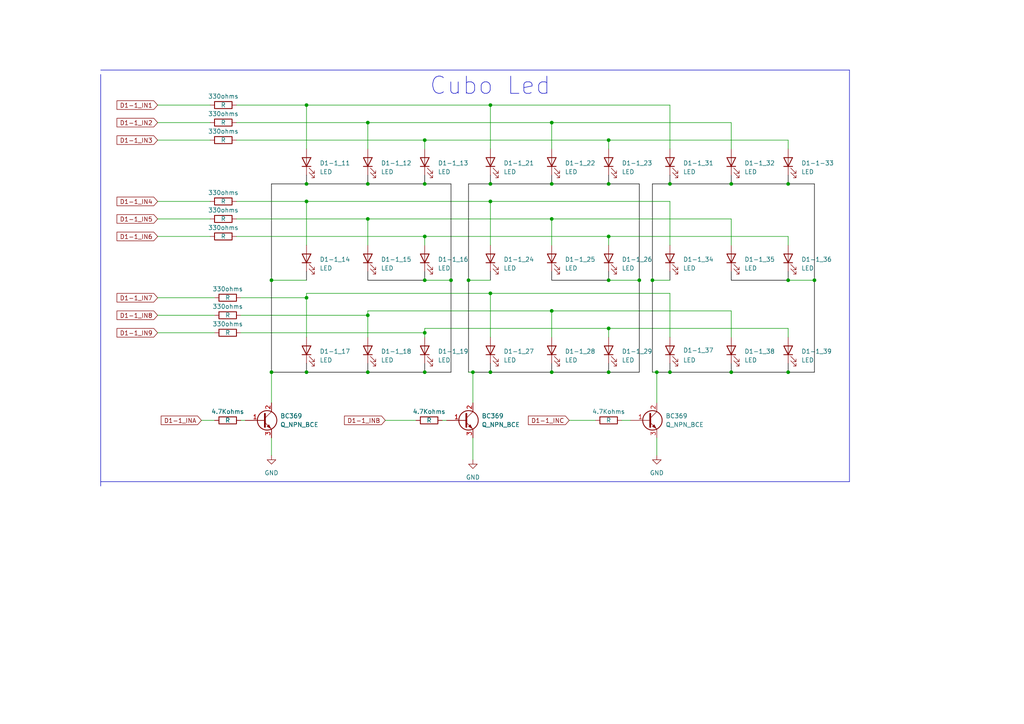
<source format=kicad_sch>
(kicad_sch (version 20230121) (generator eeschema)
  (paper "A4")
  (lib_symbols
    (symbol "Device:LED" (pin_numbers hide) (pin_names (offset 1.016) hide)
      (property "Reference" "D" (at 0 2.54 0))
      (property "Value" "LED" (at 0 -2.54 0))
      (symbol "LED_0_1"
        (polyline (pts (xy -1.27 -1.27) (xy -1.27 1.27)) (stroke (width 0.254)))
        (polyline (pts (xy -1.27 0) (xy 1.27 0)))
        (polyline (pts (xy 1.27 -1.27) (xy 1.27 1.27) (xy -1.27 0) (xy 1.27 -1.27)) (stroke (width 0.254)))
        (polyline (pts (xy -3.048 -0.762) (xy -4.572 -2.286) (xy -3.81 -2.286) (xy -4.572 -2.286) (xy -4.572 -1.524)))
        (polyline (pts (xy -1.778 -0.762) (xy -3.302 -2.286) (xy -2.54 -2.286) (xy -3.302 -2.286) (xy -3.302 -1.524)))
      )
      (symbol "LED_1_1"
        (pin passive line (at -3.81 0 0) (length 2.54) (name "K") (number "1"))
        (pin passive line (at 3.81 0 180) (length 2.54) (name "A") (number "2"))
      )
    )
    (symbol "Device:Q_NPN_BCE" (pin_names (offset 0) hide)
      (property "Reference" "Q" (at 5.08 1.27 0))
      (property "Value" "Q_NPN_BCE" (at 5.08 -1.27 0))
      (symbol "Q_NPN_BCE_0_1"
        (polyline (pts (xy 0.635 0.635) (xy 2.54 2.54)))
        (polyline (pts (xy 0.635 -0.635) (xy 2.54 -2.54) (xy 2.54 -2.54)))
        (polyline (pts (xy 0.635 1.905) (xy 0.635 -1.905) (xy 0.635 -1.905)) (stroke (width 0.508)))
        (polyline (pts (xy 1.27 -1.778) (xy 1.778 -1.27) (xy 2.286 -2.286) (xy 1.27 -1.778) (xy 1.27 -1.778)) (fill (type outline)))
        (circle (center 1.27 0) (radius 2.8194) (stroke (width 0.254)))
      )
      (symbol "Q_NPN_BCE_1_1"
        (pin input line (at -5.08 0 0) (length 5.715) (name "B") (number "1"))
        (pin passive line (at 2.54 5.08 270) (length 2.54) (name "C") (number "2"))
        (pin passive line (at 2.54 -5.08 90) (length 2.54) (name "E") (number "3"))
      )
    )
    (symbol "Device:R" (pin_numbers hide) (pin_names (offset 0))
      (property "Reference" "R" (at 2.032 0 90))
      (property "Value" "R" (at 0 0 90))
      (symbol "R_0_1"
        (rectangle (start -1.016 -2.54) (end 1.016 2.54) (stroke (width 0.254)))
      )
      (symbol "R_1_1"
        (pin passive line (at 0 3.81 270) (length 1.27) (name "~") (number "1"))
        (pin passive line (at 0 -3.81 90) (length 1.27) (name "~") (number "2"))
      )
    )
    (symbol "power:GND" (power) (pin_names (offset 0))
      (property "Value" "GND" (at 0 -3.81 0))
      (symbol "GND_0_1"
        (polyline (pts (xy 0 0) (xy 0 -1.27) (xy 1.27 -1.27) (xy 0 -2.54) (xy -1.27 -1.27) (xy 0 -1.27)))
      )
      (symbol "GND_1_1"
        (pin power_in line (at 0 0 270) (length 0) hide (name "GND") (number "1"))
      )
    )
  )
  (junction (at 137.16 107.95))
  (junction (at 106.68 53.34))
  (junction (at 236.22 81.28))
  (junction (at 160.02 35.56))
  (junction (at 176.53 81.28))
  (junction (at 142.24 30.48))
  (junction (at 123.19 40.64))
  (junction (at 212.09 107.95))
  (junction (at 78.74 107.95))
  (junction (at 160.02 90.17))
  (junction (at 176.53 95.25))
  (junction (at 123.19 53.34))
  (junction (at 194.31 107.95))
  (junction (at 142.24 85.09))
  (junction (at 106.68 107.95))
  (junction (at 123.19 107.95))
  (junction (at 160.02 107.95))
  (junction (at 194.31 53.34))
  (junction (at 78.74 81.28))
  (junction (at 123.19 68.58))
  (junction (at 228.6 53.34))
  (junction (at 106.68 63.5))
  (junction (at 106.68 35.56))
  (junction (at 160.02 63.5))
  (junction (at 88.9 107.95))
  (junction (at 88.9 86.36))
  (junction (at 142.24 107.95))
  (junction (at 88.9 53.34))
  (junction (at 130.81 81.28))
  (junction (at 135.89 81.28))
  (junction (at 160.02 53.34))
  (junction (at 142.24 58.42))
  (junction (at 228.6 107.95))
  (junction (at 123.19 81.28))
  (junction (at 176.53 40.64))
  (junction (at 123.19 96.52))
  (junction (at 189.23 81.28))
  (junction (at 88.9 30.48))
  (junction (at 176.53 53.34))
  (junction (at 228.6 81.28))
  (junction (at 176.53 107.95))
  (junction (at 185.42 81.28))
  (junction (at 88.9 58.42))
  (junction (at 176.53 68.58))
  (junction (at 190.5 107.95))
  (junction (at 142.24 53.34))
  (junction (at 106.68 91.44))
  (junction (at 212.09 53.34))
  (wire (pts (xy 180.34 121.92) (xy 182.88 121.92)))
  (wire (pts (xy 236.22 107.95) (xy 236.22 81.28)) (stroke (width 0) (color 0 0 0 1)))
  (wire (pts (xy 212.09 78.74) (xy 212.09 81.28)) (stroke (width 0) (color 0 0 0 1)))
  (wire (pts (xy 142.24 78.74) (xy 142.24 81.28)) (stroke (width 0) (color 0 0 0 1)))
  (wire (pts (xy 69.85 96.52) (xy 123.19 96.52)))
  (wire (pts (xy 135.89 81.28) (xy 142.24 81.28)))
  (wire (pts (xy 194.31 58.42) (xy 142.24 58.42)))
  (wire (pts (xy 190.5 127) (xy 190.5 132.08)))
  (wire (pts (xy 123.19 53.34) (xy 130.81 53.34)) (stroke (width 0) (color 0 0 0 1)))
  (wire (pts (xy 45.72 68.58) (xy 60.96 68.58)))
  (wire (pts (xy 111.76 121.92) (xy 120.65 121.92)))
  (wire (pts (xy 135.89 53.34) (xy 142.24 53.34)) (stroke (width 0) (color 0 0 0 1)))
  (polyline (pts (xy 246.38 139.7) (xy 246.38 20.32)))
  (wire (pts (xy 45.72 40.64) (xy 60.96 40.64)))
  (wire (pts (xy 142.24 107.95) (xy 160.02 107.95)) (stroke (width 0) (color 0 0 0 1)))
  (wire (pts (xy 212.09 63.5) (xy 160.02 63.5)))
  (wire (pts (xy 142.24 85.09) (xy 88.9 85.09)))
  (wire (pts (xy 45.72 35.56) (xy 60.96 35.56)))
  (wire (pts (xy 88.9 105.41) (xy 88.9 107.95)) (stroke (width 0) (color 0 0 0 1)))
  (wire (pts (xy 58.42 121.92) (xy 62.23 121.92)))
  (wire (pts (xy 123.19 78.74) (xy 123.19 81.28)) (stroke (width 0) (color 0 0 0 1)))
  (wire (pts (xy 228.6 107.95) (xy 236.22 107.95)) (stroke (width 0) (color 0 0 0 1)))
  (wire (pts (xy 137.16 127) (xy 137.16 133.35)))
  (wire (pts (xy 189.23 53.34) (xy 194.31 53.34)) (stroke (width 0) (color 0 0 0 1)))
  (wire (pts (xy 189.23 81.28) (xy 194.31 81.28)))
  (wire (pts (xy 68.58 68.58) (xy 123.19 68.58)))
  (wire (pts (xy 78.74 81.28) (xy 88.9 81.28)))
  (wire (pts (xy 160.02 50.8) (xy 160.02 53.34)) (stroke (width 0) (color 0 0 0 1)))
  (wire (pts (xy 45.72 30.48) (xy 60.96 30.48)))
  (polyline (pts (xy 29.21 20.32) (xy 246.38 20.32)))
  (wire (pts (xy 212.09 107.95) (xy 228.6 107.95)) (stroke (width 0) (color 0 0 0 1)))
  (wire (pts (xy 228.6 95.25) (xy 176.53 95.25)))
  (wire (pts (xy 160.02 107.95) (xy 176.53 107.95)) (stroke (width 0) (color 0 0 0 1)))
  (wire (pts (xy 130.81 53.34) (xy 130.81 81.28)) (stroke (width 0) (color 0 0 0 1)))
  (wire (pts (xy 45.72 91.44) (xy 62.23 91.44)))
  (wire (pts (xy 189.23 81.28) (xy 189.23 53.34)) (stroke (width 0) (color 0 0 0 1)))
  (wire (pts (xy 190.5 107.95) (xy 194.31 107.95)) (stroke (width 0) (color 0 0 0 1)))
  (wire (pts (xy 137.16 107.95) (xy 142.24 107.95)) (stroke (width 0) (color 0 0 0 1)))
  (wire (pts (xy 142.24 53.34) (xy 160.02 53.34)) (stroke (width 0) (color 0 0 0 1)))
  (wire (pts (xy 189.23 107.95) (xy 189.23 81.28)) (stroke (width 0) (color 0 0 0 1)))
  (wire (pts (xy 228.6 78.74) (xy 228.6 81.28)) (stroke (width 0) (color 0 0 0 1)))
  (wire (pts (xy 160.02 63.5) (xy 106.68 63.5)))
  (wire (pts (xy 194.31 105.41) (xy 194.31 107.95)) (stroke (width 0) (color 0 0 0 1)))
  (wire (pts (xy 194.31 107.95) (xy 212.09 107.95)) (stroke (width 0) (color 0 0 0 1)))
  (wire (pts (xy 160.02 81.28) (xy 176.53 81.28)) (stroke (width 0) (color 0 0 0 1)))
  (wire (pts (xy 68.58 35.56) (xy 106.68 35.56)))
  (wire (pts (xy 194.31 50.8) (xy 194.31 53.34)) (stroke (width 0) (color 0 0 0 1)))
  (wire (pts (xy 69.85 121.92) (xy 71.12 121.92)))
  (wire (pts (xy 160.02 53.34) (xy 176.53 53.34)) (stroke (width 0) (color 0 0 0 1)))
  (wire (pts (xy 142.24 50.8) (xy 142.24 53.34)) (stroke (width 0) (color 0 0 0 1)))
  (wire (pts (xy 160.02 90.17) (xy 106.68 90.17)))
  (wire (pts (xy 137.16 107.95) (xy 137.16 116.84)))
  (wire (pts (xy 78.74 127) (xy 78.74 132.08)))
  (wire (pts (xy 45.72 96.52) (xy 62.23 96.52)))
  (wire (pts (xy 88.9 71.12) (xy 88.9 58.42)))
  (wire (pts (xy 228.6 105.41) (xy 228.6 107.95)) (stroke (width 0) (color 0 0 0 1)))
  (wire (pts (xy 228.6 71.12) (xy 228.6 68.58)))
  (wire (pts (xy 160.02 105.41) (xy 160.02 107.95)) (stroke (width 0) (color 0 0 0 1)))
  (wire (pts (xy 123.19 105.41) (xy 123.19 107.95)) (stroke (width 0) (color 0 0 0 1)))
  (wire (pts (xy 176.53 95.25) (xy 123.19 95.25)))
  (wire (pts (xy 88.9 86.36) (xy 69.85 86.36)))
  (wire (pts (xy 160.02 71.12) (xy 160.02 63.5)))
  (wire (pts (xy 78.74 116.84) (xy 78.74 107.95)))
  (wire (pts (xy 78.74 81.28) (xy 78.74 53.34)) (stroke (width 0) (color 0 0 0 1)))
  (wire (pts (xy 88.9 97.79) (xy 88.9 86.36)))
  (wire (pts (xy 78.74 107.95) (xy 88.9 107.95)) (stroke (width 0) (color 0 0 0 1)))
  (wire (pts (xy 128.27 121.92) (xy 129.54 121.92)))
  (wire (pts (xy 212.09 43.18) (xy 212.09 35.56)))
  (wire (pts (xy 236.22 53.34) (xy 236.22 81.28)) (stroke (width 0) (color 0 0 0 1)))
  (wire (pts (xy 88.9 53.34) (xy 106.68 53.34)) (stroke (width 0) (color 0 0 0 1)))
  (wire (pts (xy 185.42 81.28) (xy 176.53 81.28)))
  (wire (pts (xy 176.53 71.12) (xy 176.53 68.58)))
  (wire (pts (xy 194.31 78.74) (xy 194.31 81.28)) (stroke (width 0) (color 0 0 0 1)))
  (wire (pts (xy 142.24 105.41) (xy 142.24 107.95)) (stroke (width 0) (color 0 0 0 1)))
  (wire (pts (xy 68.58 40.64) (xy 123.19 40.64)))
  (wire (pts (xy 123.19 96.52) (xy 123.19 97.79)))
  (wire (pts (xy 194.31 30.48) (xy 142.24 30.48)))
  (wire (pts (xy 123.19 68.58) (xy 123.19 71.12)))
  (wire (pts (xy 228.6 43.18) (xy 228.6 40.64)))
  (wire (pts (xy 212.09 50.8) (xy 212.09 53.34)) (stroke (width 0) (color 0 0 0 1)))
  (wire (pts (xy 88.9 43.18) (xy 88.9 30.48)))
  (wire (pts (xy 123.19 96.52) (xy 123.19 95.25)))
  (wire (pts (xy 185.42 53.34) (xy 185.42 81.28)) (stroke (width 0) (color 0 0 0 1)))
  (wire (pts (xy 69.85 91.44) (xy 106.68 91.44)))
  (wire (pts (xy 185.42 107.95) (xy 185.42 81.28)) (stroke (width 0) (color 0 0 0 1)))
  (wire (pts (xy 68.58 63.5) (xy 106.68 63.5)))
  (wire (pts (xy 142.24 58.42) (xy 88.9 58.42)))
  (wire (pts (xy 130.81 81.28) (xy 123.19 81.28)))
  (wire (pts (xy 212.09 35.56) (xy 160.02 35.56)))
  (wire (pts (xy 228.6 97.79) (xy 228.6 95.25)))
  (wire (pts (xy 212.09 90.17) (xy 160.02 90.17)))
  (wire (pts (xy 194.31 85.09) (xy 142.24 85.09)))
  (wire (pts (xy 228.6 68.58) (xy 176.53 68.58)))
  (wire (pts (xy 123.19 50.8) (xy 123.19 53.34)) (stroke (width 0) (color 0 0 0 1)))
  (wire (pts (xy 106.68 43.18) (xy 106.68 35.56)))
  (wire (pts (xy 78.74 53.34) (xy 88.9 53.34)) (stroke (width 0) (color 0 0 0 1)))
  (wire (pts (xy 176.53 68.58) (xy 123.19 68.58)))
  (wire (pts (xy 176.53 50.8) (xy 176.53 53.34)) (stroke (width 0) (color 0 0 0 1)))
  (wire (pts (xy 212.09 53.34) (xy 228.6 53.34)) (stroke (width 0) (color 0 0 0 1)))
  (wire (pts (xy 106.68 50.8) (xy 106.68 53.34)) (stroke (width 0) (color 0 0 0 1)))
  (wire (pts (xy 176.53 107.95) (xy 185.42 107.95)) (stroke (width 0) (color 0 0 0 1)))
  (wire (pts (xy 236.22 81.28) (xy 228.6 81.28)))
  (wire (pts (xy 142.24 58.42) (xy 142.24 71.12)))
  (wire (pts (xy 176.53 53.34) (xy 185.42 53.34)) (stroke (width 0) (color 0 0 0 1)))
  (wire (pts (xy 45.72 63.5) (xy 60.96 63.5)))
  (wire (pts (xy 78.74 107.95) (xy 78.74 81.28)) (stroke (width 0) (color 0 0 0 1)))
  (wire (pts (xy 106.68 97.79) (xy 106.68 91.44)))
  (wire (pts (xy 194.31 97.79) (xy 194.31 85.09)))
  (wire (pts (xy 88.9 107.95) (xy 106.68 107.95)) (stroke (width 0) (color 0 0 0 1)))
  (wire (pts (xy 45.72 86.36) (xy 62.23 86.36)))
  (wire (pts (xy 212.09 97.79) (xy 212.09 90.17)))
  (wire (pts (xy 88.9 78.74) (xy 88.9 81.28)) (stroke (width 0) (color 0 0 0 1)))
  (wire (pts (xy 190.5 116.84) (xy 190.5 107.95)))
  (wire (pts (xy 142.24 30.48) (xy 142.24 43.18)))
  (wire (pts (xy 135.89 81.28) (xy 135.89 107.95)) (stroke (width 0) (color 0 0 0 1)))
  (wire (pts (xy 189.23 107.95) (xy 190.5 107.95)) (stroke (width 0) (color 0 0 0 1)))
  (wire (pts (xy 228.6 40.64) (xy 176.53 40.64)))
  (wire (pts (xy 176.53 40.64) (xy 123.19 40.64)))
  (wire (pts (xy 228.6 50.8) (xy 228.6 53.34)) (stroke (width 0) (color 0 0 0 1)))
  (wire (pts (xy 194.31 53.34) (xy 212.09 53.34)) (stroke (width 0) (color 0 0 0 1)))
  (wire (pts (xy 194.31 43.18) (xy 194.31 30.48)))
  (wire (pts (xy 130.81 107.95) (xy 123.19 107.95)) (stroke (width 0) (color 0 0 0 1)))
  (wire (pts (xy 160.02 43.18) (xy 160.02 35.56)))
  (wire (pts (xy 88.9 86.36) (xy 88.9 85.09)))
  (wire (pts (xy 130.81 81.28) (xy 130.81 107.95)) (stroke (width 0) (color 0 0 0 1)))
  (wire (pts (xy 106.68 91.44) (xy 106.68 90.17)))
  (polyline (pts (xy 29.21 139.7) (xy 246.38 139.7)))
  (wire (pts (xy 176.53 78.74) (xy 176.53 81.28)) (stroke (width 0) (color 0 0 0 1)))
  (wire (pts (xy 45.72 58.42) (xy 60.96 58.42)))
  (wire (pts (xy 123.19 40.64) (xy 123.19 43.18)))
  (wire (pts (xy 212.09 105.41) (xy 212.09 107.95)) (stroke (width 0) (color 0 0 0 1)))
  (wire (pts (xy 106.68 81.28) (xy 123.19 81.28)) (stroke (width 0) (color 0 0 0 1)))
  (wire (pts (xy 135.89 107.95) (xy 137.16 107.95)) (stroke (width 0) (color 0 0 0 1)))
  (wire (pts (xy 106.68 71.12) (xy 106.68 63.5)))
  (wire (pts (xy 88.9 50.8) (xy 88.9 53.34)) (stroke (width 0) (color 0 0 0 1)))
  (wire (pts (xy 142.24 85.09) (xy 142.24 97.79)))
  (wire (pts (xy 194.31 71.12) (xy 194.31 58.42)))
  (wire (pts (xy 176.53 43.18) (xy 176.53 40.64)))
  (wire (pts (xy 160.02 35.56) (xy 106.68 35.56)))
  (wire (pts (xy 176.53 97.79) (xy 176.53 95.25)))
  (wire (pts (xy 106.68 107.95) (xy 123.19 107.95)) (stroke (width 0) (color 0 0 0 1)))
  (wire (pts (xy 88.9 58.42) (xy 68.58 58.42)))
  (wire (pts (xy 135.89 81.28) (xy 135.89 53.34)) (stroke (width 0) (color 0 0 0 1)))
  (polyline (pts (xy 29.21 21.59) (xy 29.21 140.97)))
  (wire (pts (xy 137.16 107.95) (xy 135.89 107.95)))
  (wire (pts (xy 176.53 105.41) (xy 176.53 107.95)) (stroke (width 0) (color 0 0 0 1)))
  (wire (pts (xy 160.02 97.79) (xy 160.02 90.17)))
  (wire (pts (xy 212.09 81.28) (xy 228.6 81.28)) (stroke (width 0) (color 0 0 0 1)))
  (wire (pts (xy 88.9 30.48) (xy 68.58 30.48)))
  (wire (pts (xy 106.68 53.34) (xy 123.19 53.34)) (stroke (width 0) (color 0 0 0 1)))
  (wire (pts (xy 212.09 71.12) (xy 212.09 63.5)))
  (wire (pts (xy 142.24 30.48) (xy 88.9 30.48)))
  (wire (pts (xy 228.6 53.34) (xy 236.22 53.34)) (stroke (width 0) (color 0 0 0 1)))
  (wire (pts (xy 160.02 78.74) (xy 160.02 81.28)) (stroke (width 0) (color 0 0 0 1)))
  (wire (pts (xy 106.68 105.41) (xy 106.68 107.95)) (stroke (width 0) (color 0 0 0 1)))
  (wire (pts (xy 106.68 78.74) (xy 106.68 81.28)) (stroke (width 0) (color 0 0 0 1)))
  (wire (pts (xy 165.1 121.92) (xy 172.72 121.92)))
  (wire (pts (xy 190.5 107.95) (xy 189.23 107.95)))
  (text "Cubo Led" (at 124.46 27.94 0) (effects (font (size 5 5)) (justify left bottom)))
  (global_label "D1-1_INA" (shape input) (at 58.42 121.92 180) (property "Intersheetrefs" "${INTERSHEET_REFS}" (effects hide)))
  (global_label "D1-1_INB" (shape input) (at 111.76 121.92 180) (property "Intersheetrefs" "${INTERSHEET_REFS}" (effects hide)))
  (global_label "D1-1_IN9" (shape input) (at 45.72 96.52 180) (property "Intersheetrefs" "${INTERSHEET_REFS}" (effects hide)))
  (global_label "D1-1_INC" (shape input) (at 165.1 121.92 180) (property "Intersheetrefs" "${INTERSHEET_REFS}" (effects hide)))
  (global_label "D1-1_IN2" (shape input) (at 45.72 35.56 180) (property "Intersheetrefs" "${INTERSHEET_REFS}" (effects hide)))
  (global_label "D1-1_IN8" (shape input) (at 45.72 91.44 180) (property "Intersheetrefs" "${INTERSHEET_REFS}" (effects hide)))
  (global_label "D1-1_IN7" (shape input) (at 45.72 86.36 180) (property "Intersheetrefs" "${INTERSHEET_REFS}" (effects hide)))
  (global_label "D1-1_IN5" (shape input) (at 45.72 63.5 180) (property "Intersheetrefs" "${INTERSHEET_REFS}" (effects hide)))
  (global_label "D1-1_IN6" (shape input) (at 45.72 68.58 180) (property "Intersheetrefs" "${INTERSHEET_REFS}" (effects hide)))
  (global_label "D1-1_IN4" (shape input) (at 45.72 58.42 180) (property "Intersheetrefs" "${INTERSHEET_REFS}" (effects hide)))
  (global_label "D1-1_IN1" (shape input) (at 45.72 30.48 180) (property "Intersheetrefs" "${INTERSHEET_REFS}" (effects hide)))
  (global_label "D1-1_IN3" (shape input) (at 45.72 40.64 180) (property "Intersheetrefs" "${INTERSHEET_REFS}" (effects hide)))
  (symbol (lib_id "Device:LED") (at 228.6 101.6 90) (unit 1)
    (property "Reference" "D1-1_39" (at 232.41 101.9175 90) (effects (justify right)))
    (property "Value" "LED" (at 232.41 104.4575 90) (effects (justify right)))
  )
  (symbol (lib_id "Device:LED") (at 176.53 46.99 90) (unit 1)
    (property "Reference" "D1-1_23" (at 180.34 47.3075 90) (effects (justify right)))
    (property "Value" "LED" (at 180.34 49.8475 90) (effects (justify right)))
  )
  (symbol (lib_id "Device:Q_NPN_BCE") (at 134.62 121.92 0) (unit 1)
    (property "Reference" "BC369" (at 139.7 120.6499 0) (effects (justify left)))
    (property "Value" "Q_NPN_BCE" (at 139.7 123.1899 0) (effects (justify left)))
  )
  (symbol (lib_id "Device:LED") (at 194.31 74.93 90) (unit 1)
    (property "Reference" "D1-1_34" (at 198.12 75.2475 90) (effects (justify right)))
    (property "Value" "LED" (at 198.12 77.7875 90) (effects (justify right)))
  )
  (symbol (lib_id "Device:LED") (at 160.02 101.6 90) (unit 1)
    (property "Reference" "D1-1_28" (at 163.83 101.9175 90) (effects (justify right)))
    (property "Value" "LED" (at 163.83 104.4575 90) (effects (justify right)))
  )
  (symbol (lib_id "Device:LED") (at 88.9 101.6 90) (unit 1)
    (property "Reference" "D1-1_17" (at 92.71 101.9175 90) (effects (justify right)))
    (property "Value" "LED" (at 92.71 104.4575 90) (effects (justify right)))
  )
  (symbol (lib_id "Device:R") (at 176.53 121.92 90) (unit 1)
    (property "Reference" "4.7Kohms" (at 176.53 119.38 90))
    (property "Value" "R" (at 176.53 121.92 90))
  )
  (symbol (lib_id "Device:LED") (at 212.09 101.6 90) (unit 1)
    (property "Reference" "D1-1_38" (at 215.9 101.9175 90) (effects (justify right)))
    (property "Value" "LED" (at 215.9 104.4575 90) (effects (justify right)))
  )
  (symbol (lib_id "Device:R") (at 64.77 35.56 90) (unit 1)
    (property "Reference" "330ohms" (at 64.77 33.02 90))
    (property "Value" "R" (at 64.77 35.56 90))
  )
  (symbol (lib_id "Device:R") (at 64.77 30.48 90) (unit 1)
    (property "Reference" "330ohms" (at 64.77 27.94 90))
    (property "Value" "R" (at 64.77 30.48 90))
  )
  (symbol (lib_id "Device:LED") (at 123.19 74.93 90) (unit 1)
    (property "Reference" "D1-1_16" (at 127 75.2475 90) (effects (justify right)))
    (property "Value" "LED" (at 127 77.7875 90) (effects (justify right)))
  )
  (symbol (lib_id "Device:LED") (at 176.53 101.6 90) (unit 1)
    (property "Reference" "D1-1_29" (at 180.34 101.9175 90) (effects (justify right)))
    (property "Value" "LED" (at 180.34 104.4575 90) (effects (justify right)))
  )
  (symbol (lib_id "Device:Q_NPN_BCE") (at 76.2 121.92 0) (unit 1)
    (property "Reference" "BC369" (at 81.28 120.6499 0) (effects (justify left)))
    (property "Value" "Q_NPN_BCE" (at 81.28 123.1899 0) (effects (justify left)))
  )
  (symbol (lib_id "Device:LED") (at 194.31 101.6 90) (unit 1)
    (property "Reference" "D1-1_37" (at 198.12 101.6 90) (effects (justify right)))
    (property "Value" "LED" (at 198.12 104.4574 90) (effects (justify right)))
  )
  (symbol (lib_id "Device:LED") (at 142.24 46.99 90) (unit 1)
    (property "Reference" "D1-1_21" (at 146.05 47.3075 90) (effects (justify right)))
    (property "Value" "LED" (at 146.05 49.8475 90) (effects (justify right)))
  )
  (symbol (lib_id "Device:R") (at 66.04 121.92 90) (unit 1)
    (property "Reference" "4.7Kohms" (at 66.04 119.38 90))
    (property "Value" "R" (at 66.04 121.92 90))
  )
  (symbol (lib_id "Device:LED") (at 194.31 46.99 90) (unit 1)
    (property "Reference" "D1-1_31" (at 198.12 47.3075 90) (effects (justify right)))
    (property "Value" "LED" (at 198.12 49.8475 90) (effects (justify right)))
  )
  (symbol (lib_id "Device:LED") (at 228.6 74.93 90) (unit 1)
    (property "Reference" "D1-1_36" (at 232.41 75.2475 90) (effects (justify right)))
    (property "Value" "LED" (at 232.41 77.7875 90) (effects (justify right)))
  )
  (symbol (lib_id "Device:R") (at 66.04 96.52 90) (unit 1)
    (property "Reference" "330ohms" (at 66.04 93.98 90))
    (property "Value" "R" (at 66.04 96.52 90))
  )
  (symbol (lib_id "Device:LED") (at 142.24 101.6 90) (unit 1)
    (property "Reference" "D1-1_27" (at 146.05 101.9175 90) (effects (justify right)))
    (property "Value" "LED" (at 146.05 104.4575 90) (effects (justify right)))
  )
  (symbol (lib_id "Device:LED") (at 212.09 46.99 90) (unit 1)
    (property "Reference" "D1-1_32" (at 215.9 47.3075 90) (effects (justify right)))
    (property "Value" "LED" (at 215.9 49.8475 90) (effects (justify right)))
  )
  (symbol (lib_id "Device:R") (at 124.46 121.92 90) (unit 1)
    (property "Reference" "4.7Kohms" (at 124.46 119.38 90))
    (property "Value" "R" (at 124.46 121.92 90))
  )
  (symbol (lib_id "Device:LED") (at 212.09 74.93 90) (unit 1)
    (property "Reference" "D1-1_35" (at 215.9 75.2475 90) (effects (justify right)))
    (property "Value" "LED" (at 215.9 77.7875 90) (effects (justify right)))
  )
  (symbol (lib_id "Device:Q_NPN_BCE") (at 187.96 121.92 0) (unit 1)
    (property "Reference" "BC369" (at 193.04 120.6499 0) (effects (justify left)))
    (property "Value" "Q_NPN_BCE" (at 193.04 123.1899 0) (effects (justify left)))
  )
  (symbol (lib_id "Device:R") (at 66.04 86.36 90) (unit 1)
    (property "Reference" "330ohms" (at 66.04 83.82 90))
    (property "Value" "R" (at 66.04 86.36 90))
  )
  (symbol (lib_id "Device:LED") (at 160.02 74.93 90) (unit 1)
    (property "Reference" "D1-1_25" (at 163.83 75.2475 90) (effects (justify right)))
    (property "Value" "LED" (at 163.83 77.7875 90) (effects (justify right)))
  )
  (symbol (lib_id "Device:LED") (at 176.53 74.93 90) (unit 1)
    (property "Reference" "D1-1_26" (at 180.34 75.2475 90) (effects (justify right)))
    (property "Value" "LED" (at 180.34 77.7875 90) (effects (justify right)))
  )
  (symbol (lib_id "Device:R") (at 64.77 63.5 90) (unit 1)
    (property "Reference" "330ohms" (at 64.77 60.96 90))
    (property "Value" "R" (at 64.77 63.5 90))
  )
  (symbol (lib_id "Device:LED") (at 123.19 46.99 90) (unit 1)
    (property "Reference" "D1-1_13" (at 127 47.3075 90) (effects (justify right)))
    (property "Value" "LED" (at 127 49.8475 90) (effects (justify right)))
  )
  (symbol (lib_id "power:GND") (at 137.16 133.35 0) (unit 1)
    (property "Reference" "#PWR?" (effects hide))
    (property "Value" "GND" (at 137.16 138.43 0))
  )
  (symbol (lib_id "Device:LED") (at 106.68 74.93 90) (unit 1)
    (property "Reference" "D1-1_15" (at 110.49 75.2475 90) (effects (justify right)))
    (property "Value" "LED" (at 110.49 77.7875 90) (effects (justify right)))
  )
  (symbol (lib_id "Device:LED") (at 123.19 101.6 90) (unit 1)
    (property "Reference" "D1-1_19" (at 127 101.9175 90) (effects (justify right)))
    (property "Value" "LED" (at 127 104.4575 90) (effects (justify right)))
  )
  (symbol (lib_id "Device:LED") (at 88.9 74.93 90) (unit 1)
    (property "Reference" "D1-1_14" (at 92.71 75.2475 90) (effects (justify right)))
    (property "Value" "LED" (at 92.71 77.7875 90) (effects (justify right)))
  )
  (symbol (lib_id "Device:LED") (at 106.68 101.6 90) (unit 1)
    (property "Reference" "D1-1_18" (at 110.49 101.9175 90) (effects (justify right)))
    (property "Value" "LED" (at 110.49 104.4575 90) (effects (justify right)))
  )
  (symbol (lib_id "Device:LED") (at 88.9 46.99 90) (unit 1)
    (property "Reference" "D1-1_11" (at 92.71 47.3075 90) (effects (justify right)))
    (property "Value" "LED" (at 92.71 49.8475 90) (effects (justify right)))
  )
  (symbol (lib_id "Device:R") (at 64.77 40.64 90) (unit 1)
    (property "Reference" "330ohms" (at 64.77 38.1 90))
    (property "Value" "R" (at 64.77 40.64 90))
  )
  (symbol (lib_id "Device:R") (at 66.04 91.44 90) (unit 1)
    (property "Reference" "330ohms" (at 66.04 88.9 90))
    (property "Value" "R" (at 66.04 91.44 90))
  )
  (symbol (lib_id "Device:LED") (at 142.24 74.93 90) (unit 1)
    (property "Reference" "D1-1_24" (at 146.05 75.2475 90) (effects (justify right)))
    (property "Value" "LED" (at 146.05 77.7875 90) (effects (justify right)))
  )
  (symbol (lib_id "power:GND") (at 78.74 132.08 0) (unit 1)
    (property "Reference" "#PWR?" (effects hide))
    (property "Value" "GND" (at 78.74 137.16 0))
  )
  (symbol (lib_id "Device:LED") (at 160.02 46.99 90) (unit 1)
    (property "Reference" "D1-1_22" (at 163.83 47.3075 90) (effects (justify right)))
    (property "Value" "LED" (at 163.83 49.8475 90) (effects (justify right)))
  )
  (symbol (lib_id "Device:LED") (at 228.6 46.99 90) (unit 1)
    (property "Reference" "D1-1-33" (at 232.41 47.3075 90) (effects (justify right)))
    (property "Value" "LED" (at 232.41 49.8475 90) (effects (justify right)))
  )
  (symbol (lib_id "Device:R") (at 64.77 68.58 90) (unit 1)
    (property "Reference" "330ohms" (at 64.77 66.04 90))
    (property "Value" "R" (at 64.77 68.58 90))
  )
  (symbol (lib_id "power:GND") (at 190.5 132.08 0) (unit 1)
    (property "Reference" "#PWR?" (effects hide))
    (property "Value" "GND" (at 190.5 137.16 0))
  )
  (symbol (lib_id "Device:LED") (at 106.68 46.99 90) (unit 1)
    (property "Reference" "D1-1_12" (at 110.49 47.3075 90) (effects (justify right)))
    (property "Value" "LED" (at 110.49 49.8475 90) (effects (justify right)))
  )
  (symbol (lib_id "Device:R") (at 64.77 58.42 90) (unit 1)
    (property "Reference" "330ohms" (at 64.77 55.88 90))
    (property "Value" "R" (at 64.77 58.42 90))
  )
)
</source>
